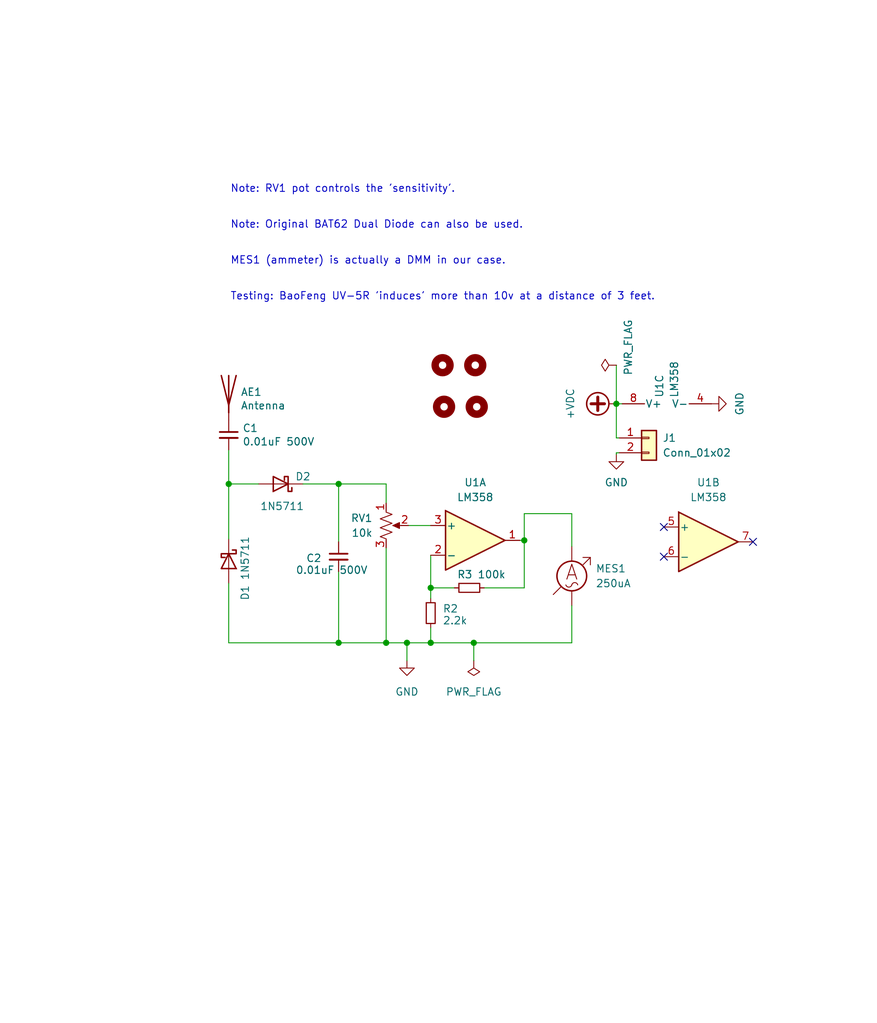
<source format=kicad_sch>
(kicad_sch (version 20211123) (generator eeschema)
  (paper "User" 150.012 175.006)
  (title_block (date "2022-01-01"))
  (lib_symbols
    (symbol "Amplifier_Operational:LM358" (pin_names (offset 0.127))
      (property "Reference" "U" (at 0 5.08 0))
      (property "Value" "LM358" (at 0 -5.08 0))
      (symbol "LM358_1_1"
        (polyline (pts (xy -5.08 5.08) (xy 5.08 0) (xy -5.08 -5.08) (xy -5.08 5.08)) (stroke (width 0.254)) (fill (type background)))
        (pin output line (at 7.62 0 180) (length 2.54) (name "~") (number "1"))
        (pin input line (at -7.62 -2.54 0) (length 2.54) (name "-") (number "2"))
        (pin input line (at -7.62 2.54 0) (length 2.54) (name "+") (number "3"))
      )
      (symbol "LM358_2_1"
        (polyline (pts (xy -5.08 5.08) (xy 5.08 0) (xy -5.08 -5.08) (xy -5.08 5.08)) (stroke (width 0.254)) (fill (type background)))
        (pin input line (at -7.62 2.54 0) (length 2.54) (name "+") (number "5"))
        (pin input line (at -7.62 -2.54 0) (length 2.54) (name "-") (number "6"))
        (pin output line (at 7.62 0 180) (length 2.54) (name "~") (number "7"))
      )
      (symbol "LM358_3_1"
        (pin power_in line (at -2.54 -7.62 90) (length 3.81) (name "V-") (number "4"))
        (pin power_in line (at -2.54 7.62 270) (length 3.81) (name "V+") (number "8"))
      )
    )
    (symbol "Connector_Generic:Conn_01x02" (pin_names (offset 1.016) hide)
      (property "Reference" "J" (at 0 2.54 0))
      (property "Value" "Conn_01x02" (at 0 -5.08 0))
      (symbol "Conn_01x02_1_1"
        (rectangle (start -1.27 -2.413) (end 0 -2.667) (stroke (width 0.1524)))
        (rectangle (start -1.27 0.127) (end 0 -0.127) (stroke (width 0.1524)))
        (rectangle (start -1.27 1.27) (end 1.27 -3.81) (stroke (width 0.254)) (fill (type background)))
        (pin passive line (at -5.08 0 0) (length 3.81) (name "Pin_1") (number "1"))
        (pin passive line (at -5.08 -2.54 0) (length 3.81) (name "Pin_2") (number "2"))
      )
    )
    (symbol "Device:Ammeter_AC" (pin_numbers hide) (pin_names (offset 0.0254) hide)
      (property "Reference" "MES" (at -3.302 1.016 0))
      (property "Value" "Ammeter_AC" (at -3.302 -0.762 0))
      (symbol "Ammeter_AC_0_0"
        (polyline (pts (xy -3.175 -3.175) (xy -1.905 -1.905)))
        (polyline (pts (xy 1.905 1.905) (xy 3.175 3.175)))
        (polyline (pts (xy 1.905 3.175) (xy 3.175 3.175) (xy 3.175 1.905)))
        (text "A" (at 0 0.635 0) (effects (font (size 2.54 2.54))))
      )
      (symbol "Ammeter_AC_0_1"
        (arc (start -1.016 -1.524) (mid -0.508 -1.902) (end 0 -1.524))
        (circle (center 0 0) (radius 2.54) (stroke (width 0.254)))
        (arc (start 1.016 -1.524) (mid 0.508 -1.1274) (end 0 -1.524))
      )
      (symbol "Ammeter_AC_1_1"
        (pin passive line (at 0 -5.08 90) (length 2.54) (name "~") (number "1"))
        (pin passive line (at 0 5.08 270) (length 2.54) (name "~") (number "2"))
      )
    )
    (symbol "Device:Antenna" (pin_numbers hide) (pin_names (offset 1.016) hide)
      (property "Reference" "AE" (at -1.905 1.905 0))
      (property "Value" "Antenna" (at -1.905 0 0))
      (symbol "Antenna_0_1"
        (polyline (pts (xy 0 2.54) (xy 0 -3.81)) (stroke (width 0.254)))
        (polyline (pts (xy 1.27 2.54) (xy 0 -2.54) (xy -1.27 2.54)) (stroke (width 0.254)))
      )
      (symbol "Antenna_1_1"
        (pin input line (at 0 -5.08 90) (length 2.54) (name "A") (number "1"))
      )
    )
    (symbol "Device:C_Small" (pin_numbers hide) (pin_names (offset 0.254) hide)
      (property "Reference" "C" (at 0.254 1.778 0))
      (property "Value" "C_Small" (at 0.254 -2.032 0))
      (symbol "C_Small_0_1"
        (polyline (pts (xy -1.524 -0.508) (xy 1.524 -0.508)) (stroke (width 0.3302)))
        (polyline (pts (xy -1.524 0.508) (xy 1.524 0.508)) (stroke (width 0.3048)))
      )
      (symbol "C_Small_1_1"
        (pin passive line (at 0 2.54 270) (length 2.032) (name "~") (number "1"))
        (pin passive line (at 0 -2.54 90) (length 2.032) (name "~") (number "2"))
      )
    )
    (symbol "Device:R_Potentiometer_US" (pin_names (offset 1.016) hide)
      (property "Reference" "RV" (at -4.445 0 90))
      (property "Value" "R_Potentiometer_US" (at -2.54 0 90))
      (symbol "R_Potentiometer_US_0_1"
        (polyline (pts (xy 0 -2.286) (xy 0 -2.54)))
        (polyline (pts (xy 0 2.54) (xy 0 2.286)))
        (polyline (pts (xy 2.54 0) (xy 1.524 0)))
        (polyline (pts (xy 1.143 0) (xy 2.286 0.508) (xy 2.286 -0.508) (xy 1.143 0)) (fill (type outline)))
        (polyline (pts (xy 0 -0.762) (xy 1.016 -1.143) (xy 0 -1.524) (xy -1.016 -1.905) (xy 0 -2.286)))
        (polyline (pts (xy 0 0.762) (xy 1.016 0.381) (xy 0 0) (xy -1.016 -0.381) (xy 0 -0.762)))
        (polyline (pts (xy 0 2.286) (xy 1.016 1.905) (xy 0 1.524) (xy -1.016 1.143) (xy 0 0.762)))
      )
      (symbol "R_Potentiometer_US_1_1"
        (pin passive line (at 0 3.81 270) (length 1.27) (name "1") (number "1"))
        (pin passive line (at 3.81 0 180) (length 1.27) (name "2") (number "2"))
        (pin passive line (at 0 -3.81 90) (length 1.27) (name "3") (number "3"))
      )
    )
    (symbol "Device:R_Small" (pin_numbers hide) (pin_names (offset 0.254) hide)
      (property "Reference" "R" (at 0.762 0.508 0))
      (property "Value" "R_Small" (at 0.762 -1.016 0))
      (symbol "R_Small_0_1"
        (rectangle (start -0.762 1.778) (end 0.762 -1.778) (stroke (width 0.2032)))
      )
      (symbol "R_Small_1_1"
        (pin passive line (at 0 2.54 270) (length 0.762) (name "~") (number "1"))
        (pin passive line (at 0 -2.54 90) (length 0.762) (name "~") (number "2"))
      )
    )
    (symbol "Diode:1N5711" (pin_numbers hide) (pin_names (offset 1.016) hide)
      (property "Reference" "D" (at 0 2.54 0))
      (property "Value" "1N5711" (at 0 -2.54 0))
      (symbol "1N5711_0_1"
        (polyline (pts (xy 1.27 0) (xy -1.27 0)))
        (polyline (pts (xy 1.27 1.27) (xy 1.27 -1.27) (xy -1.27 0) (xy 1.27 1.27)) (stroke (width 0.254)))
        (polyline (pts (xy -1.905 0.635) (xy -1.905 1.27) (xy -1.27 1.27) (xy -1.27 -1.27) (xy -0.635 -1.27) (xy -0.635 -0.635)) (stroke (width 0.254)))
      )
      (symbol "1N5711_1_1"
        (pin passive line (at -3.81 0 0) (length 2.54) (name "K") (number "1"))
        (pin passive line (at 3.81 0 180) (length 2.54) (name "A") (number "2"))
      )
    )
    (symbol "Mechanical:MountingHole" (pin_names (offset 1.016))
      (property "Reference" "H" (at 0 5.08 0))
      (property "Value" "MountingHole" (at 0 3.175 0))
      (symbol "MountingHole_0_1"
        (circle (center 0 0) (radius 1.27) (stroke (width 1.27)))
      )
    )
    (symbol "power:+VDC" (power) (pin_names (offset 0))
      (property "Value" "+VDC" (at 0 6.35 0))
      (symbol "+VDC_0_1"
        (polyline (pts (xy -1.143 3.175) (xy 1.143 3.175)) (stroke (width 0.508)))
        (polyline (pts (xy 0 0) (xy 0 1.27)))
        (polyline (pts (xy 0 2.032) (xy 0 4.318)) (stroke (width 0.508)))
        (circle (center 0 3.175) (radius 1.905) (stroke (width 0.254)))
      )
      (symbol "+VDC_1_1"
        (pin power_in line (at 0 0 90) (length 0) hide (name "+VDC") (number "1"))
      )
    )
    (symbol "power:GND" (power) (pin_names (offset 0))
      (property "Value" "GND" (at 0 -3.81 0))
      (symbol "GND_0_1"
        (polyline (pts (xy 0 0) (xy 0 -1.27) (xy 1.27 -1.27) (xy 0 -2.54) (xy -1.27 -1.27) (xy 0 -1.27)))
      )
      (symbol "GND_1_1"
        (pin power_in line (at 0 0 270) (length 0) hide (name "GND") (number "1"))
      )
    )
    (symbol "power:PWR_FLAG" (power) (pin_numbers hide) (pin_names (offset 0) hide)
      (property "Value" "PWR_FLAG" (at 0 3.81 0))
      (symbol "PWR_FLAG_0_0"
        (pin power_out line (at 0 0 90) (length 0) (name "pwr") (number "1"))
      )
      (symbol "PWR_FLAG_0_1"
        (polyline (pts (xy 0 0) (xy 0 1.27) (xy -1.016 1.905) (xy 0 2.54) (xy 1.016 1.905) (xy 0 1.27)))
      )
    )
  )
  (junction (at 105.41 69.088))
  (junction (at 57.912 109.982))
  (junction (at 57.912 82.804))
  (junction (at 81.026 109.982))
  (junction (at 73.66 109.982))
  (junction (at 69.596 109.982))
  (junction (at 89.662 92.456))
  (junction (at 66.04 109.982))
  (junction (at 73.66 100.584))
  (junction (at 39.116 82.804))
  (no_connect (at 113.538 95.25))
  (no_connect (at 128.778 92.71))
  (no_connect (at 113.538 90.17))
  (wire (pts (xy 73.66 107.442) (xy 73.66 109.982)))
  (wire (pts (xy 57.912 97.79) (xy 57.912 109.982)))
  (wire (pts (xy 105.41 77.47) (xy 105.918 77.47)))
  (wire (pts (xy 73.66 109.982) (xy 81.026 109.982)))
  (wire (pts (xy 105.41 69.088) (xy 105.41 62.484)))
  (wire (pts (xy 105.41 74.93) (xy 105.918 74.93)))
  (wire (pts (xy 57.912 82.804) (xy 57.912 92.71)))
  (wire (pts (xy 105.41 69.088) (xy 105.41 74.93)))
  (wire (pts (xy 88.9 92.456) (xy 89.662 92.456)))
  (wire (pts (xy 97.79 87.884) (xy 97.79 93.472)))
  (wire (pts (xy 105.41 69.088) (xy 106.426 69.088)))
  (wire (pts (xy 97.79 103.632) (xy 97.79 109.982)))
  (wire (pts (xy 69.596 109.982) (xy 73.66 109.982)))
  (wire (pts (xy 89.662 87.884) (xy 97.79 87.884)))
  (wire (pts (xy 73.66 94.996) (xy 73.66 100.584)))
  (wire (pts (xy 57.912 82.804) (xy 51.816 82.804)))
  (wire (pts (xy 66.04 82.804) (xy 66.04 86.106)))
  (wire (pts (xy 89.662 92.456) (xy 89.662 100.584)))
  (wire (pts (xy 105.41 77.724) (xy 105.41 77.47)))
  (wire (pts (xy 73.66 100.584) (xy 73.66 102.362)))
  (wire (pts (xy 39.116 82.804) (xy 39.116 92.202)))
  (wire (pts (xy 39.116 109.982) (xy 57.912 109.982)))
  (wire (pts (xy 39.116 82.804) (xy 44.196 82.804)))
  (wire (pts (xy 66.04 109.982) (xy 69.596 109.982)))
  (wire (pts (xy 69.596 109.982) (xy 69.596 113.03)))
  (wire (pts (xy 66.04 93.726) (xy 66.04 109.982)))
  (wire (pts (xy 39.116 99.822) (xy 39.116 109.982)))
  (wire (pts (xy 39.116 76.962) (xy 39.116 82.804)))
  (wire (pts (xy 81.026 109.982) (xy 81.026 113.03)))
  (wire (pts (xy 82.804 100.584) (xy 89.662 100.584)))
  (wire (pts (xy 89.662 87.884) (xy 89.662 92.456)))
  (wire (pts (xy 57.912 109.982) (xy 66.04 109.982)))
  (wire (pts (xy 73.66 100.584) (xy 77.724 100.584)))
  (wire (pts (xy 69.85 89.916) (xy 73.66 89.916)))
  (wire (pts (xy 57.912 82.804) (xy 66.04 82.804)))
  (wire (pts (xy 81.026 109.982) (xy 97.79 109.982)))
  (text "Note: RV1 pot controls the 'sensitivity'.\n\n\nNote: Original BAT62 Dual Diode can also be used.\n\n\nMES1 (ammeter) is actually a DMM in our case.\n\n\nTesting: BaoFeng UV-5R 'induces' more than 10v at a distance of 3 feet." (at 39.37 51.562 0) (effects (font (size 1.27 1.27)) (justify left bottom)))
  (symbol (lib_id "Diode:1N5711") (at 48.006 82.804 180) (unit 1)
    (property "Reference" "D2" (at 51.816 81.534 0))
    (property "Value" "1N5711" (at 48.26 86.614 0))
    (property "Footprint" "Diode_THT:D_DO-35_SOD27_P7.62mm_Horizontal" (effects hide))
    (property "Datasheet" "https://www.microsemi.com/document-portal/doc_download/8865-lds-0040-datasheet" (effects hide))
  )
  (symbol (lib_id "Diode:1N5711") (at 39.116 96.012 270) (unit 1)
    (property "Reference" "D1" (at 41.91 100.076 0) (effects (justify left)))
    (property "Value" "1N5711" (at 41.91 91.694 0) (effects (justify left)))
    (property "Footprint" "Diode_THT:D_DO-35_SOD27_P7.62mm_Horizontal" (effects hide))
    (property "Datasheet" "https://www.microsemi.com/document-portal/doc_download/8865-lds-0040-datasheet" (effects hide))
  )
  (symbol (lib_id "Device:C_Small") (at 57.912 95.25 0) (unit 1)
    (property "Reference" "C2" (at 52.324 95.504 0) (effects (justify left)))
    (property "Value" "0.01uF 500V" (at 50.546 97.536 0) (effects (justify left)))
    (property "Footprint" "Capacitor_THT:C_Disc_D7.5mm_W5.0mm_P7.50mm" (effects hide))
  )
  (symbol (lib_id "Device:C_Small") (at 39.116 74.422 0) (unit 1)
    (property "Reference" "C1" (at 41.4528 73.2536 0) (effects (justify left)))
    (property "Value" "0.01uF 500V" (at 41.4528 75.565 0) (effects (justify left)))
    (property "Footprint" "Capacitor_THT:C_Disc_D7.5mm_W5.0mm_P7.50mm" (effects hide))
  )
  (symbol (lib_id "Device:Antenna") (at 39.116 66.802 0) (unit 1)
    (property "Reference" "AE1" (at 41.148 67.0814 0) (effects (justify left)))
    (property "Value" "Antenna" (at 41.148 69.3928 0) (effects (justify left)))
    (property "Footprint" "Connector_PinSocket_2.54mm:PinSocket_1x01_P2.54mm_Vertical" (effects hide))
  )
  (symbol (lib_id "Device:R_Potentiometer_US") (at 66.04 89.916 0) (unit 1)
    (property "Reference" "RV1" (at 63.754 88.6459 0) (effects (justify right)))
    (property "Value" "10k" (at 63.754 91.1859 0) (effects (justify right)))
    (property "Footprint" "Potentiometer_THT:Potentiometer_Runtron_RM-065_Vertical" (effects hide))
  )
  (symbol (lib_id "Amplifier_Operational:LM358") (at 114.046 66.548 90) (unit 3)
    (property "Reference" "U1" (at 112.7759 68.072 0) (effects (justify left)))
    (property "Value" "LM358" (at 115.3159 68.072 0) (effects (justify left)))
    (property "Footprint" "Package_DIP:DIP-8_W7.62mm" (effects hide))
    (property "Datasheet" "http://www.ti.com/lit/ds/symlink/lm2904-n.pdf" (effects hide))
  )
  (symbol (lib_id "power:GND") (at 69.596 113.03 0) (unit 1)
    (property "Reference" "#PWR01" (effects hide))
    (property "Value" "GND" (at 69.596 118.364 0))
  )
  (symbol (lib_id "Mechanical:MountingHole") (at 81.534 69.596 0) (unit 1)
    (property "Reference" "H4" (effects hide))
    (property "Value" "MountingHole" (effects hide))
    (property "Footprint" "MountingHole:MountingHole_2.2mm_M2" (effects hide))
  )
  (symbol (lib_id "power:GND") (at 105.41 77.724 0) (unit 1)
    (property "Reference" "#PWR0102" (effects hide))
    (property "Value" "GND" (at 105.41 82.55 0))
  )
  (symbol (lib_id "Device:R_Small") (at 80.264 100.584 90) (unit 1)
    (property "Reference" "R3" (at 79.502 98.298 90))
    (property "Value" "100k" (at 84.074 98.298 90))
    (property "Footprint" "Resistor_THT:R_Axial_DIN0207_L6.3mm_D2.5mm_P2.54mm_Vertical" (effects hide))
  )
  (symbol (lib_id "power:GND") (at 121.666 69.088 90) (unit 1)
    (property "Reference" "#PWR0101" (effects hide))
    (property "Value" "GND" (at 126.492 69.088 0))
  )
  (symbol (lib_id "Connector_Generic:Conn_01x02") (at 110.998 74.93 0) (unit 1)
    (property "Reference" "J1" (at 113.284 74.9299 0) (effects (justify left)))
    (property "Value" "Conn_01x02" (at 113.284 77.4699 0) (effects (justify left)))
    (property "Footprint" "Connector_PinSocket_2.54mm:PinSocket_1x02_P2.54mm_Vertical" (effects hide))
  )
  (symbol (lib_id "Mechanical:MountingHole") (at 75.692 62.484 0) (unit 1)
    (property "Reference" "H1" (effects hide))
    (property "Value" "MountingHole" (effects hide))
    (property "Footprint" "MountingHole:MountingHole_2.2mm_M2" (effects hide))
  )
  (symbol (lib_id "power:+VDC") (at 105.41 69.088 90) (unit 1)
    (property "Reference" "#PWR02" (effects hide))
    (property "Value" "+VDC" (at 97.536 69.088 0))
  )
  (symbol (lib_id "Amplifier_Operational:LM358") (at 81.28 92.456 0) (unit 1)
    (property "Reference" "U1" (at 81.28 82.55 0))
    (property "Value" "LM358" (at 81.28 85.09 0))
    (property "Footprint" "Package_DIP:DIP-8_W7.62mm" (effects hide))
    (property "Datasheet" "http://www.ti.com/lit/ds/symlink/lm2904-n.pdf" (effects hide))
  )
  (symbol (lib_id "Amplifier_Operational:LM358") (at 121.158 92.71 0) (unit 2)
    (property "Reference" "U1" (at 121.158 82.55 0))
    (property "Value" "LM358" (at 121.158 85.09 0))
    (property "Footprint" "Package_DIP:DIP-8_W7.62mm" (effects hide))
    (property "Datasheet" "http://www.ti.com/lit/ds/symlink/lm2904-n.pdf" (effects hide))
  )
  (symbol (lib_id "power:PWR_FLAG") (at 81.026 113.03 180) (unit 1)
    (property "Reference" "#FLG0102" (effects hide))
    (property "Value" "PWR_FLAG" (at 81.026 118.364 0))
  )
  (symbol (lib_id "power:PWR_FLAG") (at 105.41 62.484 90) (unit 1)
    (property "Reference" "#FLG0101" (effects hide))
    (property "Value" "PWR_FLAG" (at 107.442 59.436 0))
  )
  (symbol (lib_id "Device:Ammeter_AC") (at 97.79 98.552 0) (unit 1)
    (property "Reference" "MES1" (at 101.854 97.2819 0) (effects (justify left)))
    (property "Value" "250uA" (at 101.854 99.8219 0) (effects (justify left)))
    (property "Footprint" "Connector_PinSocket_2.54mm:PinSocket_1x02_P2.54mm_Vertical" (effects hide))
  )
  (symbol (lib_id "Mechanical:MountingHole") (at 81.28 62.484 0) (unit 1)
    (property "Reference" "H2" (effects hide))
    (property "Value" "MountingHole" (effects hide))
    (property "Footprint" "MountingHole:MountingHole_2.2mm_M2" (effects hide))
  )
  (symbol (lib_id "Device:R_Small") (at 73.66 104.902 0) (unit 1)
    (property "Reference" "R2" (at 75.692 104.1399 0) (effects (justify left)))
    (property "Value" "2.2k" (at 75.692 106.1719 0) (effects (justify left)))
    (property "Footprint" "Resistor_THT:R_Axial_DIN0207_L6.3mm_D2.5mm_P2.54mm_Vertical" (effects hide))
  )
  (symbol (lib_id "Mechanical:MountingHole") (at 75.946 69.596 0) (unit 1)
    (property "Reference" "H3" (effects hide))
    (property "Value" "MountingHole" (effects hide))
    (property "Footprint" "MountingHole:MountingHole_2.2mm_M2" (effects hide))
  )
)
</source>
